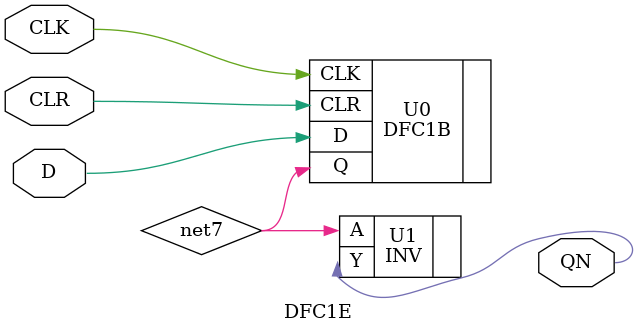
<source format=v>
`timescale 1 ns / 100 ps
module DFC1E( QN, CLK, CLR, D );
output  QN;


input  CLK, CLR, D;









specify 
    specparam CDS_LIBNAME  = "3200DX";
    specparam CDS_CELLNAME = "DFC1E";
    specparam CDS_VIEWNAME = "schematic";
endspecify

INV  U1( .A(net7), .Y(QN));
DFC1B  U0( .D(D), .CLK(CLK), .CLR(CLR), .Q(net7));

endmodule

</source>
